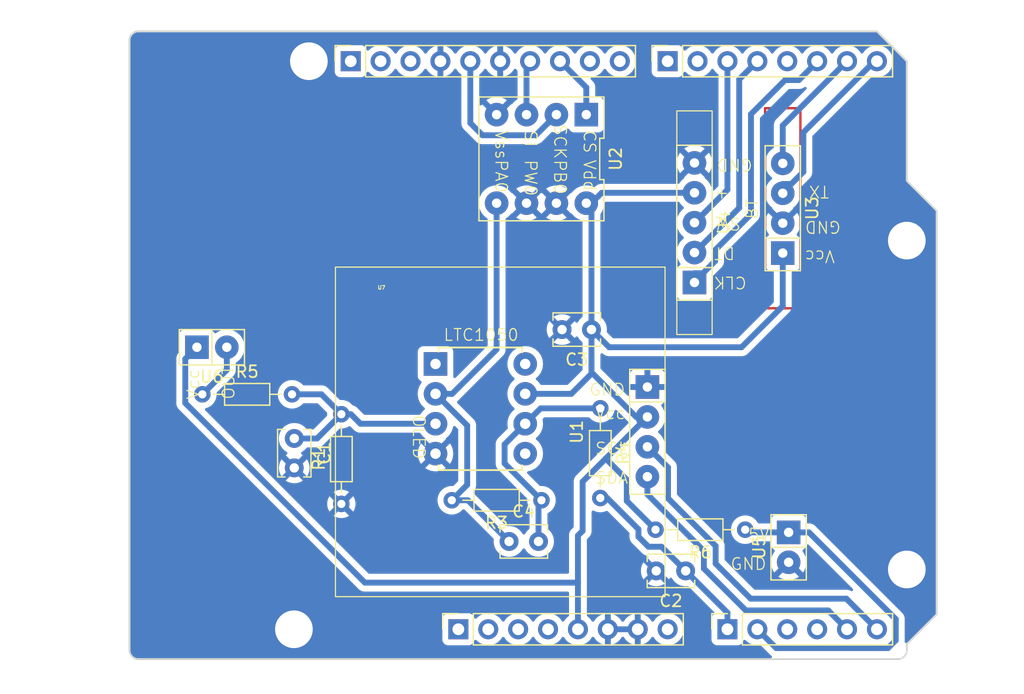
<source format=kicad_pcb>
(kicad_pcb (version 20240108) (generator "pcbnew") (generator_version "8.0")
  (title_block (date "mar. 31 mars 2015"))
  (layers (0 "F.Cu" signal) (31 "B.Cu" signal) (34 "B.Paste" user) (35 "F.Paste" user) (36 "B.SilkS" user "B.Silkscreen") (37 "F.SilkS" user "F.Silkscreen") (38 "B.Mask" user) (39 "F.Mask" user) (44 "Edge.Cuts" user))
  (net 0 "")
  (net 1 "GND")
  (net 3 "+5V")
  (net 4 "/IOREF")
  (net 5 "Net-(U7-+IN)")
  (net 6 "A0")
  (net 7 "/A2")
  (net 8 "/A3")
  (net 9 "IN-")
  (net 10 "Net-(U7-OUT)")
  (net 11 "D11")
  (net 12 "A5")
  (net 13 "/AREF")
  (net 14 "/8")
  (net 15 "/7")
  (net 16 "D13")
  (net 17 "D10")
  (net 18 "/*9")
  (net 19 "A4")
  (net 20 "A1")
  (net 21 "/*6")
  (net 22 "D2")
  (net 23 "D1")
  (net 24 "/*3")
  (net 25 "D0")
  (net 26 "+3V3")
  (net 27 "VCC")
  (net 28 "/~{RESET}")
  (net 29 "D4")
  (net 30 "D5")
  (net 31 "Net-(U6-OUT)")
  (footprint "Connector_PinSocket_2.54mm:PinSocket_1x08_P2.54mm_Vertical" (layer "F.Cu") (at 127.94 97.46 90)
    (property "Reference" "J1" (hide yes))
    (property "Value" "Power")
    (fp_line (start 1.33 -1.33) (end 1.33 0) (stroke (width 0.12)) (layer "F.SilkS"))
    (fp_line (start 0 -1.33) (end 1.33 -1.33) (stroke (width 0.12)) (layer "F.SilkS"))
    (fp_line (start 1.33 1.27) (end 1.33 19.11) (stroke (width 0.12)) (layer "F.SilkS"))
    (fp_line (start -1.33 1.27) (end 1.33 1.27) (stroke (width 0.12)) (layer "F.SilkS"))
    (fp_line (start -1.33 1.27) (end -1.33 19.11) (stroke (width 0.12)) (layer "F.SilkS"))
    (fp_line (start -1.33 19.11) (end 1.33 19.11) (stroke (width 0.12)) (layer "F.SilkS"))
    (pad "1" thru_hole rect (at 0 0 90) (size 1.7 1.7) (drill 1) (layers "*.Cu" "*.Mask"))
    (pad "2" thru_hole oval (at 0 2.54 90) (size 1.7 1.7) (drill 1) (layers "*.Cu" "*.Mask") (net 4 "/IOREF"))
    (pad "3" thru_hole oval (at 0 5.08 90) (size 1.7 1.7) (drill 1) (layers "*.Cu" "*.Mask") (net 28 "/~{RESET}"))
    (pad "4" thru_hole oval (at 0 7.62 90) (size 1.7 1.7) (drill 1) (layers "*.Cu" "*.Mask") (net 26 "+3V3"))
    (pad "5" thru_hole oval (at 0 10.16 90) (size 1.7 1.7) (drill 1) (layers "*.Cu" "*.Mask") (net 3 "+5V"))
    (pad "6" thru_hole oval (at 0 12.7 90) (size 1.7 1.7) (drill 1) (layers "*.Cu" "*.Mask") (net 1 "GND"))
    (pad "7" thru_hole oval (at 0 15.24 90) (size 1.7 1.7) (drill 1) (layers "*.Cu" "*.Mask") (net 1 "GND"))
    (pad "8" thru_hole oval (at 0 17.78 90) (size 1.7 1.7) (drill 1) (layers "*.Cu" "*.Mask") (net 27 "VCC"))
  )
  (footprint "Connector_PinSocket_2.54mm:PinSocket_1x06_P2.54mm_Vertical" (layer "F.Cu") (at 150.8 97.46 90)
    (property "Reference" "J3" (hide yes))
    (property "Value" "Analog")
    (fp_line (start 1.33 -1.33) (end 1.33 0) (stroke (width 0.12)) (layer "F.SilkS"))
    (fp_line (start 0 -1.33) (end 1.33 -1.33) (stroke (width 0.12)) (layer "F.SilkS"))
    (fp_line (start 1.33 1.27) (end 1.33 14.03) (stroke (width 0.12)) (layer "F.SilkS"))
    (fp_line (start -1.33 1.27) (end 1.33 1.27) (stroke (width 0.12)) (layer "F.SilkS"))
    (fp_line (start -1.33 1.27) (end -1.33 14.03) (stroke (width 0.12)) (layer "F.SilkS"))
    (fp_line (start -1.33 14.03) (end 1.33 14.03) (stroke (width 0.12)) (layer "F.SilkS"))
    (pad "1" thru_hole rect (at 0 0 90) (size 1.7 1.7) (drill 1) (layers "*.Cu" "*.Mask") (net 6 "A0"))
    (pad "2" thru_hole oval (at 0 2.54 90) (size 1.7 1.7) (drill 1) (layers "*.Cu" "*.Mask") (net 20 "A1"))
    (pad "3" thru_hole oval (at 0 5.08 90) (size 1.7 1.7) (drill 1) (layers "*.Cu" "*.Mask") (net 7 "/A2"))
    (pad "4" thru_hole oval (at 0 7.62 90) (size 1.7 1.7) (drill 1) (layers "*.Cu" "*.Mask") (net 8 "/A3"))
    (pad "5" thru_hole oval (at 0 10.16 90) (size 1.7 1.7) (drill 1) (layers "*.Cu" "*.Mask") (net 19 "A4"))
    (pad "6" thru_hole oval (at 0 12.7 90) (size 1.7 1.7) (drill 1) (layers "*.Cu" "*.Mask") (net 12 "A5"))
  )
  (footprint "Connector_PinSocket_2.54mm:PinSocket_1x10_P2.54mm_Vertical" (layer "F.Cu") (at 118.796 49.2 90)
    (property "Reference" "J2" (hide yes))
    (property "Value" "Digital/PWM")
    (fp_line (start 1.33 -1.33) (end 1.33 0) (stroke (width 0.12)) (layer "F.SilkS"))
    (fp_line (start 0 -1.33) (end 1.33 -1.33) (stroke (width 0.12)) (layer "F.SilkS"))
    (fp_line (start 1.33 1.27) (end 1.33 24.19) (stroke (width 0.12)) (layer "F.SilkS"))
    (fp_line (start -1.33 1.27) (end 1.33 1.27) (stroke (width 0.12)) (layer "F.SilkS"))
    (fp_line (start -1.33 1.27) (end -1.33 24.19) (stroke (width 0.12)) (layer "F.SilkS"))
    (fp_line (start -1.33 24.19) (end 1.33 24.19) (stroke (width 0.12)) (layer "F.SilkS"))
    (pad "1" thru_hole rect (at 0 0 90) (size 1.7 1.7) (drill 1) (layers "*.Cu" "*.Mask") (net 12 "A5"))
    (pad "2" thru_hole oval (at 0 2.54 90) (size 1.7 1.7) (drill 1) (layers "*.Cu" "*.Mask") (net 19 "A4"))
    (pad "3" thru_hole oval (at 0 5.08 90) (size 1.7 1.7) (drill 1) (layers "*.Cu" "*.Mask") (net 13 "/AREF"))
    (pad "4" thru_hole oval (at 0 7.62 90) (size 1.7 1.7) (drill 1) (layers "*.Cu" "*.Mask") (net 1 "GND"))
    (pad "5" thru_hole oval (at 0 10.16 90) (size 1.7 1.7) (drill 1) (layers "*.Cu" "*.Mask") (net 16 "D13"))
    (pad "6" thru_hole oval (at 0 12.7 90) (size 1.7 1.7) (drill 1) (layers "*.Cu" "*.Mask") (net 1 "GND"))
    (pad "7" thru_hole oval (at 0 15.24 90) (size 1.7 1.7) (drill 1) (layers "*.Cu" "*.Mask") (net 11 "D11"))
    (pad "8" thru_hole oval (at 0 17.78 90) (size 1.7 1.7) (drill 1) (layers "*.Cu" "*.Mask") (net 17 "D10"))
    (pad "9" thru_hole oval (at 0 20.32 90) (size 1.7 1.7) (drill 1) (layers "*.Cu" "*.Mask") (net 18 "/*9"))
    (pad "10" thru_hole oval (at 0 22.86 90) (size 1.7 1.7) (drill 1) (layers "*.Cu" "*.Mask") (net 14 "/8"))
  )
  (footprint "Connector_PinSocket_2.54mm:PinSocket_1x08_P2.54mm_Vertical" (layer "F.Cu") (at 145.72 49.2 90)
    (property "Reference" "J4" (hide yes))
    (property "Value" "Digital/PWM")
    (fp_line (start 1.33 -1.33) (end 1.33 0) (stroke (width 0.12)) (layer "F.SilkS"))
    (fp_line (start 0 -1.33) (end 1.33 -1.33) (stroke (width 0.12)) (layer "F.SilkS"))
    (fp_line (start 1.33 1.27) (end 1.33 19.11) (stroke (width 0.12)) (layer "F.SilkS"))
    (fp_line (start -1.33 1.27) (end 1.33 1.27) (stroke (width 0.12)) (layer "F.SilkS"))
    (fp_line (start -1.33 1.27) (end -1.33 19.11) (stroke (width 0.12)) (layer "F.SilkS"))
    (fp_line (start -1.33 19.11) (end 1.33 19.11) (stroke (width 0.12)) (layer "F.SilkS"))
    (pad "1" thru_hole rect (at 0 0 90) (size 1.7 1.7) (drill 1) (layers "*.Cu" "*.Mask") (net 15 "/7"))
    (pad "2" thru_hole oval (at 0 2.54 90) (size 1.7 1.7) (drill 1) (layers "*.Cu" "*.Mask") (net 21 "/*6"))
    (pad "3" thru_hole oval (at 0 5.08 90) (size 1.7 1.7) (drill 1) (layers "*.Cu" "*.Mask") (net 30 "D5"))
    (pad "4" thru_hole oval (at 0 7.62 90) (size 1.7 1.7) (drill 1) (layers "*.Cu" "*.Mask") (net 29 "D4"))
    (pad "5" thru_hole oval (at 0 10.16 90) (size 1.7 1.7) (drill 1) (layers "*.Cu" "*.Mask") (net 24 "/*3"))
    (pad "6" thru_hole oval (at 0 12.7 90) (size 1.7 1.7) (drill 1) (layers "*.Cu" "*.Mask") (net 22 "D2"))
    (pad "7" thru_hole oval (at 0 15.24 90) (size 1.7 1.7) (drill 1) (layers "*.Cu" "*.Mask") (net 23 "D1"))
    (pad "8" thru_hole oval (at 0 17.78 90) (size 1.7 1.7) (drill 1) (layers "*.Cu" "*.Mask") (net 25 "D0"))
  )
  (footprint "Librairie_Empreinte:OLED" (layer "F.Cu") (at 144 80.69 -90)
    (property "Reference" "U1" (at 0 6 90) (layer "F.SilkS"))
    (property "Value" "~")
    (fp_line (start -5.31 1.5) (end -5.31 -1.5) (stroke (width 0.12)) (layer "F.SilkS"))
    (fp_line (start 5.31 1.5) (end -5.31 1.5) (stroke (width 0.12)) (layer "F.SilkS"))
    (fp_line (start -5.31 -1.5) (end 5.31 -1.5) (stroke (width 0.12)) (layer "F.SilkS"))
    (fp_line (start -2.54 -1.5) (end -2.54 1.5) (stroke (width 0.12)) (layer "F.SilkS"))
    (fp_line (start 5.31 -1.5) (end 5.31 1.5) (stroke (width 0.12)) (layer "F.SilkS"))
    (fp_rect (start -14 -1.5) (end 14 26.5) (stroke (width 0.1)) (fill none) (layer "F.SilkS"))
    (fp_text user "GND" (at -3 5 0) (layer "F.SilkS") (effects (font (thickness 0.1)) (justify left bottom)))
    (fp_text user "Vcc" (at -1 4.5 0) (layer "F.SilkS") (effects (font (thickness 0.1)) (justify left bottom)))
    (fp_text user "SCL" (at 2 4.5 0) (layer "F.SilkS") (effects (font (thickness 0.1)) (justify left bottom)))
    (fp_text user "OLED" (at -1.5 20 -90) (layer "F.SilkS") (effects (font (thickness 0.1)) (justify left bottom)))
    (fp_text user "SDA" (at 4.5 4.5 0) (layer "F.SilkS") (effects (font (thickness 0.1)) (justify left bottom)))
    (pad "1" thru_hole rect (at -3.81 0 270) (size 2 2) (drill 0.8) (layers "*.Cu" "*.Mask") (net 1 "GND"))
    (pad "2" thru_hole circle (at -1.27 0 270) (size 2 2) (drill 0.8) (layers "*.Cu" "*.Mask") (net 3 "+5V"))
    (pad "3" thru_hole circle (at 1.27 0 270) (size 2 2) (drill 0.8) (layers "*.Cu" "*.Mask") (net 12 "A5"))
    (pad "4" thru_hole circle (at 3.81 0 270) (size 2 2) (drill 0.8) (layers "*.Cu" "*.Mask") (net 19 "A4"))
  )
  (footprint "Resistor_THT:R_Axial_DIN0204_L3.6mm_D1.6mm_P7.62mm_Horizontal" (layer "F.Cu") (at 140 78.69 -90)
    (property "Reference" "R4" (at 3.81 -1.92 90) (layer "F.SilkS"))
    (property "Value" "1k")
    (fp_line (start 1.89 0.92) (end 5.73 0.92) (stroke (width 0.12)) (layer "F.SilkS"))
    (fp_line (start 5.73 0.92) (end 5.73 -0.92) (stroke (width 0.12)) (layer "F.SilkS"))
    (fp_line (start 0.94 0) (end 1.89 0) (stroke (width 0.12)) (layer "F.SilkS"))
    (fp_line (start 6.68 0) (end 5.73 0) (stroke (width 0.12)) (layer "F.SilkS"))
    (fp_line (start 1.89 -0.92) (end 1.89 0.92) (stroke (width 0.12)) (layer "F.SilkS"))
    (fp_line (start 5.73 -0.92) (end 1.89 -0.92) (stroke (width 0.12)) (layer "F.SilkS"))
    (pad "1" thru_hole circle (at 0 0 270) (size 1.4 1.4) (drill 0.7) (layers "*.Cu" "*.Mask") (net 10 "Net-(U7-OUT)"))
    (pad "2" thru_hole oval (at 7.62 0 270) (size 1.4 1.4) (drill 0.7) (layers "*.Cu" "*.Mask") (net 6 "A0"))
  )
  (footprint "Librairie_Empreinte:Capt_grap" (layer "F.Cu") (at 107 73.5)
    (property "Reference" "U6" (at 0 2.5 360) (layer "F.SilkS"))
    (property "Value" "~")
    (fp_line (start -2.77 -1.5) (end 2.77 -1.5) (stroke (width 0.12)) (layer "F.SilkS"))
    (fp_line (start -2.77 1.5) (end -2.77 -1.5) (stroke (width 0.12)) (layer "F.SilkS"))
    (fp_line (start 0 -1.5) (end 0 1.5) (stroke (width 0.12)) (layer "F.SilkS"))
    (fp_line (start 2.77 -1.5) (end 2.77 1.5) (stroke (width 0.12)) (layer "F.SilkS"))
    (fp_line (start 2.77 1.5) (end -2.77 1.5) (stroke (width 0.12)) (layer "F.SilkS"))
    (fp_text user "OUT" (at 2 4.5 90) (layer "F.SilkS") (effects (font (thickness 0.1)) (justify left bottom)))
    (fp_text user "Vcc" (at -1 4.5 90) (layer "F.SilkS") (effects (font (thickness 0.1)) (justify left bottom)))
    (pad "1" thru_hole rect (at -1.27 0) (size 2 2) (drill 0.8) (layers "*.Cu" "*.Mask") (net 3 "+5V"))
    (pad "2" thru_hole circle (at 1.27 0) (size 2 2) (drill 0.8) (layers "*.Cu" "*.Mask") (net 31 "Net-(U6-OUT)"))
  )
  (footprint "Capacitor_THT:C_Disc_D3.8mm_W2.6mm_P2.50mm" (layer "F.Cu") (at 114 81.25 -90)
    (property "Reference" "C1" (at 1.25 -2.55 90) (layer "F.SilkS"))
    (property "Value" "100n")
    (fp_line (start -0.77 1.42) (end 3.27 1.42) (stroke (width 0.12)) (layer "F.SilkS"))
    (fp_line (start -0.77 0.795) (end -0.77 1.42) (stroke (width 0.12)) (layer "F.SilkS"))
    (fp_line (start 3.27 0.795) (end 3.27 1.42) (stroke (width 0.12)) (layer "F.SilkS"))
    (fp_line (start -0.77 -1.42) (end -0.77 -0.795) (stroke (width 0.12)) (layer "F.SilkS"))
    (fp_line (start -0.77 -1.42) (end 3.27 -1.42) (stroke (width 0.12)) (layer "F.SilkS"))
    (fp_line (start 3.27 -1.42) (end 3.27 -0.795) (stroke (width 0.12)) (layer "F.SilkS"))
    (pad "1" thru_hole circle (at 0 0 270) (size 1.6 1.6) (drill 0.8) (layers "*.Cu" "*.Mask") (net 5 "Net-(U7-+IN)"))
    (pad "2" thru_hole circle (at 2.5 0 270) (size 1.6 1.6) (drill 0.8) (layers "*.Cu" "*.Mask") (net 1 "GND"))
  )
  (footprint "Capacitor_THT:C_Disc_D3.8mm_W2.6mm_P2.50mm" (layer "F.Cu") (at 132.25 90)
    (property "Reference" "C4" (at 1.25 -2.55 0) (layer "F.SilkS"))
    (property "Value" "1u")
    (fp_line (start -0.77 -1.42) (end -0.77 -0.795) (stroke (width 0.12)) (layer "F.SilkS"))
    (fp_line (start -0.77 -1.42) (end 3.27 -1.42) (stroke (width 0.12)) (layer "F.SilkS"))
    (fp_line (start -0.77 0.795) (end -0.77 1.42) (stroke (width 0.12)) (layer "F.SilkS"))
    (fp_line (start -0.77 1.42) (end 3.27 1.42) (stroke (width 0.12)) (layer "F.SilkS"))
    (fp_line (start 3.27 -1.42) (end 3.27 -0.795) (stroke (width 0.12)) (layer "F.SilkS"))
    (fp_line (start 3.27 0.795) (end 3.27 1.42) (stroke (width 0.12)) (layer "F.SilkS"))
    (pad "1" thru_hole circle (at 0 0) (size 1.6 1.6) (drill 0.8) (layers "*.Cu" "*.Mask") (net 9 "IN-"))
    (pad "2" thru_hole circle (at 2.5 0) (size 1.6 1.6) (drill 0.8) (layers "*.Cu" "*.Mask") (net 10 "Net-(U7-OUT)"))
  )
  (footprint "Librairie_Empreinte:Ampli" (layer "F.Cu") (at 133.62 82.54)
    (property "Reference" "U7" (at -12.208 -14.108 0) (layer "F.SilkS") (effects (font (size 0.314961 0.314961))))
    (property "Value" "LTC1050ACN8_PBF")
    (fp_line (start -7.366 -9.017) (end -7.366 -8.6614) (stroke (width 0.1524)) (layer "F.SilkS"))
    (fp_line (start -7.366 0.9906) (end -7.366 1.397) (stroke (width 0.1524)) (layer "F.SilkS"))
    (fp_line (start -7.366 1.397) (end -0.254 1.397) (stroke (width 0.1524)) (layer "F.SilkS"))
    (fp_line (start -0.254 -9.017) (end -7.366 -9.017) (stroke (width 0.1524)) (layer "F.SilkS"))
    (fp_line (start -0.254 -8.6106) (end -0.254 -9.017) (stroke (width 0.1524)) (layer "F.SilkS"))
    (fp_line (start -0.254 1.397) (end -0.254 0.9906) (stroke (width 0.1524)) (layer "F.SilkS"))
    (fp_text user "LTC1050" (at -7 -9.5 0) (layer "F.SilkS") (effects (font (thickness 0.1)) (justify left bottom)))
    (pad "1" thru_hole rect (at -7.62 -7.62) (size 2 2) (drill 0.889) (layers "*.Cu" "*.Mask"))
    (pad "2" thru_hole circle (at -7.62 -5.08) (size 2 2) (drill 0.889) (layers "*.Cu" "*.Mask") (net 9 "IN-"))
    (pad "3" thru_hole circle (at -7.62 -2.54) (size 2 2) (drill 0.889) (layers "*.Cu" "*.Mask") (net 5 "Net-(U7-+IN)"))
    (pad "4" thru_hole circle (at -7.62 0) (size 2 2) (drill 0.889) (layers "*.Cu" "*.Mask") (net 1 "GND"))
    (pad "5" thru_hole circle (at 0 0) (size 2 2) (drill 0.889) (layers "*.Cu" "*.Mask"))
    (pad "6" thru_hole circle (at 0 -2.54) (size 2 2) (drill 0.889) (layers "*.Cu" "*.Mask") (net 10 "Net-(U7-OUT)"))
    (pad "7" thru_hole circle (at 0 -5.08) (size 2 2) (drill 0.889) (layers "*.Cu" "*.Mask") (net 3 "+5V"))
    (pad "8" thru_hole circle (at 0 -7.62) (size 2 2) (drill 0.889) (layers "*.Cu" "*.Mask"))
  )
  (footprint "Resistor_THT:R_Axial_DIN0204_L3.6mm_D1.6mm_P7.62mm_Horizontal" (layer "F.Cu") (at 152.31 89 180)
    (property "Reference" "R6" (at 3.81 -1.92 0) (layer "F.SilkS"))
    (property "Value" "47k")
    (fp_line (start 6.68 0) (end 5.73 0) (stroke (width 0.12)) (layer "F.SilkS"))
    (fp_line (start 5.73 0.92) (end 5.73 -0.92) (stroke (width 0.12)) (layer "F.SilkS"))
    (fp_line (start 5.73 -0.92) (end 1.89 -0.92) (stroke (width 0.12)) (layer "F.SilkS"))
    (fp_line (start 1.89 0.92) (end 5.73 0.92) (stroke (width 0.12)) (layer "F.SilkS"))
    (fp_line (start 1.89 -0.92) (end 1.89 0.92) (stroke (width 0.12)) (layer "F.SilkS"))
    (fp_line (start 0.94 0) (end 1.89 0) (stroke (width 0.12)) (layer "F.SilkS"))
    (pad "1" thru_hole circle (at 0 0 180) (size 1.4 1.4) (drill 0.7) (layers "*.Cu" "*.Mask") (net 20 "A1"))
    (pad "2" thru_hole oval (at 7.62 0 180) (size 1.4 1.4) (drill 0.7) (layers "*.Cu" "*.Mask") (net 3 "+5V"))
  )
  (footprint "Arduino_MountingHole:MountingHole_3.2mm" (layer "F.Cu") (at 115.24 49.2)
    (property "Reference" "MH1" (hide yes))
    (property "Value" "MountingHole_3.2mm" (hide yes))
    (pad "" np_thru_hole circle (at 0 0) (size 3.2 3.2) (drill 3.2) (layers "*.Cu" "*.Mask"))
  )
  (footprint "Capacitor_THT:C_Disc_D3.8mm_W2.6mm_P2.50mm" (layer "F.Cu") (at 139.25 72 180)
    (property "Reference" "C3" (at 1.25 -2.55 360) (layer "F.SilkS"))
    (property "Value" "100n")
    (fp_line (start 3.27 0.795) (end 3.27 1.42) (stroke (width 0.12)) (layer "F.SilkS"))
    (fp_line (start 3.27 -1.42) (end 3.27 -0.795) (stroke (width 0.12)) (layer "F.SilkS"))
    (fp_line (start -0.77 1.42) (end 3.27 1.42) (stroke (width 0.12)) (layer "F.SilkS"))
    (fp_line (start -0.77 0.795) (end -0.77 1.42) (stroke (width 0.12)) (layer "F.SilkS"))
    (fp_line (start -0.77 -1.42) (end 3.27 -1.42) (stroke (width 0.12)) (layer "F.SilkS"))
    (fp_line (start -0.77 -1.42) (end -0.77 -0.795) (stroke (width 0.12)) (layer "F.SilkS"))
    (pad "1" thru_hole circle (at 0 0 180) (size 1.6 1.6) (drill 0.8) (layers "*.Cu" "*.Mask") (net 3 "+5V"))
    (pad "2" thru_hole circle (at 2.5 0 180) (size 1.6 1.6) (drill 0.8) (layers "*.Cu" "*.Mask") (net 1 "GND"))
  )
  (footprint "Librairie_Empreinte:BT" (layer "F.Cu") (at 155.5 61.69 90)
    (property "Reference" "U3" (at 0 2.5 90) (layer "F.SilkS"))
    (property "Value" "~")
    (fp_rect (start -8.5 -1.5) (end 8.5 1.5) (stroke (width 0.2)) (fill none) (layer "F.Cu"))
    (fp_line (start 5.31 -1.5) (end 5.31 1.5) (stroke (width 0.12)) (layer "F.SilkS"))
    (fp_line (start -2.54 -1.5) (end -2.54 1.5) (stroke (width 0.12)) (layer "F.SilkS"))
    (fp_line (start -5.31 -1.5) (end 5.31 -1.5) (stroke (width 0.12)) (layer "F.SilkS"))
    (fp_line (start 5.31 1.5) (end -5.31 1.5) (stroke (width 0.12)) (layer "F.SilkS"))
    (fp_line (start -5.31 1.5) (end -5.31 -1.5) (stroke (width 0.12)) (layer "F.SilkS"))
    (fp_text user "Vcc" (at -3.5 4.5 180) (layer "F.SilkS") (effects (font (thickness 0.1)) (justify left bottom)))
    (fp_text user "GND" (at -1 5 180) (layer "F.SilkS") (effects (font (thickness 0.1)) (justify left bottom)))
    (fp_text user "BT" (at -1 -2 90) (layer "F.SilkS") (effects (font (thickness 0.1)) (justify left bottom)))
    (fp_text user "TX" (at 2 4 180) (layer "F.SilkS") (effects (font (thickness 0.1)) (justify left bottom)))
    (pad "1" thru_hole rect (at -3.81 0 90) (size 2 2) (drill 0.8) (layers "*.Cu" "*.Mask") (net 3 "+5V"))
    (pad "2" thru_hole circle (at -1.27 0 90) (size 2 2) (drill 0.8) (layers "*.Cu" "*.Mask") (net 1 "GND"))
    (pad "3" thru_hole circle (at 1.27 0 90) (size 2 2) (drill 0.8) (layers "*.Cu" "*.Mask") (net 25 "D0"))
    (pad "4" thru_hole circle (at 3.81 0 90) (size 2 2) (drill 0.8) (layers "*.Cu" "*.Mask") (net 23 "D1"))
  )
  (footprint "Librairie_Empreinte:Flex_sensor" (layer "F.Cu") (at 156 90.5 -90)
    (property "Reference" "U5" (at 0 2.5 90) (layer "F.SilkS"))
    (property "Value" "~")
    (fp_line (start -2.77 1.5) (end -2.77 -1.5) (stroke (width 0.12)) (layer "F.SilkS"))
    (fp_line (start 2.77 1.5) (end -2.77 1.5) (stroke (width 0.12)) (layer "F.SilkS"))
    (fp_line (start -2.77 -1.5) (end 2.77 -1.5) (stroke (width 0.12)) (layer "F.SilkS"))
    (fp_line (start 0 -1.5) (end 0 1.5) (stroke (width 0.12)) (layer "F.SilkS"))
    (fp_line (start 2.77 -1.5) (end 2.77 1.5) (stroke (width 0.12)) (layer "F.SilkS"))
    (fp_text user "5V" (at -0.5 3.5 0) (layer "F.SilkS") (effects (font (thickness 0.1)) (justify left bottom)))
    (fp_text user "GND" (at 2 5 0) (layer "F.SilkS") (effects (font (thickness 0.1)) (justify left bottom)))
    (pad "1" thru_hole rect (at -1.27 0 270) (size 2 2) (drill 0.8) (layers "*.Cu" "*.Mask") (net 20 "A1"))
    (pad "2" thru_hole circle (at 1.27 0 270) (size 2 2) (drill 0.8) (layers "*.Cu" "*.Mask") (net 1 "GND"))
  )
  (footprint "Resistor_THT:R_Axial_DIN0204_L3.6mm_D1.6mm_P7.62mm_Horizontal" (layer "F.Cu") (at 106.19 77.5)
    (property "Reference" "R5" (at 3.81 -1.92 0) (layer "F.SilkS"))
    (property "Value" "10k")
    (fp_line (start 0.94 0) (end 1.89 0) (stroke (width 0.12)) (layer "F.SilkS"))
    (fp_line (start 1.89 -0.92) (end 1.89 0.92) (stroke (width 0.12)) (layer "F.SilkS"))
    (fp_line (start 1.89 0.92) (end 5.73 0.92) (stroke (width 0.12)) (layer "F.SilkS"))
    (fp_line (start 5.73 -0.92) (end 1.89 -0.92) (stroke (width 0.12)) (layer "F.SilkS"))
    (fp_line (start 5.73 0.92) (end 5.73 -0.92) (stroke (width 0.12)) (layer "F.SilkS"))
    (fp_line (start 6.68 0) (end 5.73 0) (stroke (width 0.12)) (layer "F.SilkS"))
    (pad "1" thru_hole circle (at 0 0) (size 1.4 1.4) (drill 0.7) (layers "*.Cu" "*.Mask") (net 31 "Net-(U6-OUT)"))
    (pad "2" thru_hole oval (at 7.62 0) (size 1.4 1.4) (drill 0.7) (layers "*.Cu" "*.Mask") (net 5 "Net-(U7-+IN)"))
  )
  (footprint "Librairie_Empreinte:Encodeur_rotatif" (layer "F.Cu") (at 148 62.92 90)
    (property "Reference" "U4" (at 0 2.5 90) (layer "F.SilkS"))
    (property "Value" "~")
    (fp_line (start 6.58 -1.5) (end 6.58 1.5) (stroke (width 0.12)) (layer "F.SilkS"))
    (fp_line (start -3.81 -1.5) (end -3.81 1.5) (stroke (width 0.12)) (layer "F.SilkS"))
    (fp_line (start -6.58 -1.5) (end 6.58 -1.5) (stroke (width 0.12)) (layer "F.SilkS"))
    (fp_line (start 6.58 1.5) (end -6.58 1.5) (stroke (width 0.12)) (layer "F.SilkS"))
    (fp_line (start -6.58 1.5) (end -6.58 -1.5) (stroke (width 0.12)) (layer "F.SilkS"))
    (fp_rect (start -9.5 -1.5) (end 9.5 1.5) (stroke (width 0.1)) (fill none) (layer "F.SilkS"))
    (fp_text user "+" (at 3 3 180) (layer "F.SilkS") (effects (font (thickness 0.1)) (justify left bottom)))
    (fp_text user "GND" (at 5.5 5 180) (layer "F.SilkS") (effects (font (thickness 0.1)) (justify left bottom)))
    (fp_text user "DT" (at -2 3.5 180) (layer "F.SilkS") (effects (font (thickness 0.1)) (justify left bottom)))
    (fp_text user "CLK" (at -4.5 4.5 180) (layer "F.SilkS") (effects (font (thickness 0.1)) (justify left bottom)))
    (fp_text user "SW" (at 0.5 4 180) (layer "F.SilkS") (effects (font (thickness 0.1)) (justify left bottom)))
    (pad "1" thru_hole rect (at -5.08 0 90) (size 2 2) (drill 0.8) (layers "*.Cu" "*.Mask") (net 22 "D2"))
    (pad "2" thru_hole circle (at -2.54 0 90) (size 2 2) (drill 0.8) (layers "*.Cu" "*.Mask") (net 29 "D4"))
    (pad "3" thru_hole circle (at 0 0 90) (size 2 2) (drill 0.8) (layers "*.Cu" "*.Mask") (net 30 "D5"))
    (pad "4" thru_hole circle (at 2.54 0 90) (size 2 2) (drill 0.8) (layers "*.Cu" "*.Mask") (net 3 "+5V"))
    (pad "5" thru_hole circle (at 5.08 0 90) (size 2 2) (drill 0.8) (layers "*.Cu" "*.Mask") (net 1 "GND"))
  )
  (footprint "Resistor_THT:R_Axial_DIN0204_L3.6mm_D1.6mm_P7.62mm_Horizontal" (layer "F.Cu") (at 118 86.81 90)
    (property "Reference" "R1" (at 3.81 -1.92 90) (layer "F.SilkS"))
    (property "Value" "100k")
    (fp_line (start 5.73 -0.92) (end 1.89 -0.92) (stroke (width 0.12)) (layer "F.SilkS"))
    (fp_line (start 1.89 -0.92) (end 1.89 0.92) (stroke (width 0.12)) (layer "F.SilkS"))
    (fp_line (start 6.68 0) (end 5.73 0) (stroke (width 0.12)) (layer "F.SilkS"))
    (fp_line (start 0.94 0) (end 1.89 0) (stroke (width 0.12)) (layer "F.SilkS"))
    (fp_line (start 5.73 0.92) (end 5.73 -0.92) (stroke (width 0.12)) (layer "F.SilkS"))
    (fp_line (start 1.89 0.92) (end 5.73 0.92) (stroke (width 0.12)) (layer "F.SilkS"))
    (pad "1" thru_hole circle (at 0 0 90) (size 1.4 1.4) (drill 0.7) (layers "*.Cu" "*.Mask") (net 1 "GND"))
    (pad "2" thru_hole oval (at 7.62 0 90) (size 1.4 1.4) (drill 0.7) (layers "*.Cu" "*.Mask") (net 5 "Net-(U7-+IN)"))
  )
  (footprint "Arduino_MountingHole:MountingHole_3.2mm" (layer "F.Cu") (at 113.97 97.46)
    (property "Reference" "MH2" (hide yes))
    (property "Value" "MountingHole_3.2mm" (hide yes))
    (pad "" np_thru_hole circle (at 0 0) (size 3.2 3.2) (drill 3.2) (layers "*.Cu" "*.Mask"))
  )
  (footprint "Arduino_MountingHole:MountingHole_3.2mm" (layer "F.Cu") (at 166.04 64.44)
    (property "Reference" "MH3" (hide yes))
    (property "Value" "MountingHole_3.2mm" (hide yes))
    (pad "" np_thru_hole circle (at 0 0) (size 3.2 3.2) (drill 3.2) (layers "*.Cu" "*.Mask"))
  )
  (footprint "Resistor_THT:R_Axial_DIN0204_L3.6mm_D1.6mm_P7.62mm_Horizontal" (layer "F.Cu") (at 135 86.5 180)
    (property "Reference" "R3" (at 3.81 -1.92 0) (layer "F.SilkS"))
    (property "Value" "100k")
    (fp_line (start 6.68 0) (end 5.73 0) (stroke (width 0.12)) (layer "F.SilkS"))
    (fp_line (start 5.73 0.92) (end 5.73 -0.92) (stroke (width 0.12)) (layer "F.SilkS"))
    (fp_line (start 5.73 -0.92) (end 1.89 -0.92) (stroke (width 0.12)) (layer "F.SilkS"))
    (fp_line (start 1.89 0.92) (end 5.73 0.92) (stroke (width 0.12)) (layer "F.SilkS"))
    (fp_line (start 1.89 -0.92) (end 1.89 0.92) (stroke (width 0.12)) (layer "F.SilkS"))
    (fp_line (start 0.94 0) (end 1.89 0) (stroke (width 0.12)) (layer "F.SilkS"))
    (pad "1" thru_hole circle (at 0 0 180) (size 1.4 1.4) (drill 0.7) (layers "*.Cu" "*.Mask") (net 10 "Net-(U7-OUT)"))
    (pad "2" thru_hole oval (at 7.62 0 180) (size 1.4 1.4) (drill 0.7) (layers "*.Cu" "*.Mask") (net 9 "IN-"))
  )
  (footprint "Arduino_MountingHole:MountingHole_3.2mm" (layer "F.Cu") (at 166.04 92.38)
    (property "Reference" "MH4" (hide yes))
    (property "Value" "MountingHole_3.2mm" (hide yes))
    (pad "" np_thru_hole circle (at 0 0) (size 3.2 3.2) (drill 3.2) (layers "*.Cu" "*.Mask"))
  )
  (footprint "Capacitor_THT:C_Disc_D3.8mm_W2.6mm_P2.50mm" (layer "F.Cu") (at 147.25 92.5 180)
    (property "Reference" "C2" (at 1.25 -2.55 360) (layer "F.SilkS"))
    (property "Value" "100n")
    (fp_line (start 3.27 0.795) (end 3.27 1.42) (stroke (width 0.12)) (layer "F.SilkS"))
    (fp_line (start 3.27 -1.42) (end 3.27 -0.795) (stroke (width 0.12)) (layer "F.SilkS"))
    (fp_line (start -0.77 1.42) (end 3.27 1.42) (stroke (width 0.12)) (layer "F.SilkS"))
    (fp_line (start -0.77 0.795) (end -0.77 1.42) (stroke (width 0.12)) (layer "F.SilkS"))
    (fp_line (start -0.77 -1.42) (end 3.27 -1.42) (stroke (width 0.12)) (layer "F.SilkS"))
    (fp_line (start -0.77 -1.42) (end -0.77 -0.795) (stroke (width 0.12)) (layer "F.SilkS"))
    (pad "1" thru_hole circle (at 0 0 180) (size 1.6 1.6) (drill 0.8) (layers "*.Cu" "*.Mask") (net 6 "A0"))
    (pad "2" thru_hole circle (at 2.5 0 180) (size 1.6 1.6) (drill 0.8) (layers "*.Cu" "*.Mask") (net 1 "GND"))
  )
  (footprint "Librairie_Empreinte:MCP41050" (layer "F.Cu") (at 135 57.5 180)
    (property "Reference" "U2" (at -6.31 0 90) (layer "F.SilkS"))
    (property "Value" "MCP41050")
    (fp_line (start 5.31 5.26) (end 5.31 -5.26) (stroke (width 0.12)) (layer "F.SilkS"))
    (fp_line (start 5.31 -5.26) (end -5.31 -5.26) (stroke (width 0.12)) (layer "F.SilkS"))
    (fp_line (start -4.95 1.753333) (end -5.31 1.753333) (stroke (width 0.12)) (layer "F.SilkS"))
    (fp_line (start -4.95 -1.753333) (end -4.95 1.753333) (stroke (width 0.12)) (layer "F.SilkS"))
    (fp_line (start -5.31 5.26) (end 5.31 5.26) (stroke (width 0.12)) (layer "F.SilkS"))
    (fp_line (start -5.31 1.753333) (end -5.31 5.26) (stroke (width 0.12)) (layer "F.SilkS"))
    (fp_line (start -5.31 -1.753333) (end -4.95 -1.753333) (stroke (width 0.12)) (layer "F.SilkS"))
    (fp_line (start -5.31 -5.26) (end -5.31 -1.753333) (stroke (width 0.12)) (layer "F.SilkS"))
    (fp_text user "Vss" (at 4 2.5 -90) (layer "F.SilkS") (effects (font (thickness 0.1)) (justify left bottom)))
    (fp_text user "SI" (at 1.5 2.5 -90) (layer "F.SilkS") (effects (font (thickness 0.1)) (justify left bottom)))
    (fp_text user "SCK" (at -1 3 -90) (layer "F.SilkS") (effects (font (thickness 0.1)) (justify left bottom)))
    (fp_text user "PW0" (at 1.5 0 -90) (layer "F.SilkS") (effects (font (thickness 0.1)) (justify left bottom)))
    (fp_text user "PB0" (at -1 0 -90) (layer "F.SilkS") (effects (font (thickness 0.1)) (justify left bottom)))
    (fp_text user "CS" (at -3.5 2.5 -90) (layer "F.SilkS") (effects (font (thickness 0.1)) (justify left bottom)))
    (fp_text user "Vdd" (at -3.5 0 -90) (layer "F.SilkS") (effects (font (thickness 0.1)) (justify left bottom)))
    (fp_text user "PA0" (at 4 0 -90) (layer "F.SilkS") (effects (font (thickness 0.1)) (justify left bottom)))
    (pad "1" thru_hole rect (at -3.81 3.76 180) (size 2 2) (drill 0.8) (layers "*.Cu" "*.Mask") (net 17 "D10"))
    (pad "2" thru_hole circle (at -1.27 3.76 180) (size 2 2) (drill 0.8) (layers "*.Cu" "*.Mask") (net 16 "D13"))
    (pad "3" thru_hole circle (at 1.27 3.76 180) (size 2 2) (drill 0.8) (layers "*.Cu" "*.Mask") (net 11 "D11"))
    (pad "4" thru_hole circle (at 3.81 3.76 180) (size 2 2) (drill 0.8) (layers "*.Cu" "*.Mask") (net 1 "GND"))
    (pad "5" thru_hole circle (at 3.81 -3.76 180) (size 2 2) (drill 0.8) (layers "*.Cu" "*.Mask") (net 9 "IN-"))
    (pad "6" thru_hole circle (at 1.27 -3.76 180) (size 2 2) (drill 0.8) (layers "*.Cu" "*.Mask") (net 1 "GND"))
    (pad "7" thru_hole circle (at -1.27 -3.76 180) (size 2 2) (drill 0.8) (layers "*.Cu" "*.Mask") (net 1 "GND"))
    (pad "8" thru_hole circle (at -3.81 -3.76 180) (size 2 2) (drill 0.8) (layers "*.Cu" "*.Mask") (net 3 "+5V"))
  )
  (gr_line (start 166.04 59.36) (end 168.58 61.9) (stroke (width 0.15)) (layer "Edge.Cuts"))
  (gr_line (start 100 99.238) (end 100 47.422) (stroke (width 0.15)) (layer "Edge.Cuts"))
  (gr_line (start 168.58 61.9) (end 168.58 96.19) (stroke (width 0.15)) (layer "Edge.Cuts"))
  (gr_line (start 165.278 100) (end 100.762 100) (stroke (width 0.15)) (layer "Edge.Cuts"))
  (gr_line (start 100.762 46.66) (end 163.5 46.66) (stroke (width 0.15)) (layer "Edge.Cuts"))
  (gr_arc (start 100.762 100) (mid 100.223185 99.776815) (end 100 99.238) (stroke (width 0.15)) (layer "Edge.Cuts"))
  (gr_line (start 168.58 96.19) (end 166.04 98.73) (stroke (width 0.15)) (layer "Edge.Cuts"))
  (gr_line (start 163.5 46.66) (end 166.04 49.2) (stroke (width 0.15)) (layer "Edge.Cuts"))
  (gr_arc (start 166.04 99.238) (mid 165.816815 99.776815) (end 165.278 100) (stroke (width 0.15)) (layer "Edge.Cuts"))
  (gr_line (start 166.04 49.2) (end 166.04 59.36) (stroke (width 0.15)) (layer "Edge.Cuts"))
  (gr_line (start 166.04 98.73) (end 166.04 99.238) (stroke (width 0.15)) (layer "Edge.Cuts"))
  (gr_arc (start 100 47.422) (mid 100.223185 46.883185) (end 100.762 46.66) (stroke (width 0.15)) (layer "Edge.Cuts"))
  (segment (start 114 84) (end 114 83.75) (width 0.5) (layer "B.Cu") (net 1))
  (segment (start 138.5 84.92) (end 140.46 82.96) (width 0.5) (layer "B.Cu") (net 3))
  (segment (start 140.75 73.5) (end 139.25 72) (width 0.5) (layer "B.Cu") (net 3))
  (segment (start 140.12 60.38) (end 148 60.38) (width 0.5) (layer "B.Cu") (net 3))
  (segment (start 139.25 75.63) (end 139.25 74.5) (width 0.5) (layer "B.Cu") (net 3))
  (segment (start 120 93.5) (end 138.1 93.5) (width 0.5) (layer "B.Cu") (net 3))
  (segment (start 138.1 97.46) (end 138.1 89.5) (width 0.5) (layer "B.Cu") (net 3))
  (segment (start 155.5 65.5) (end 155.5 70) (width 0.5) (layer "B.Cu") (net 3))
  (segment (start 139.25 72) (end 139.25 61.7) (width 0.5) (layer "B.Cu") (net 3))
  (segment (start 144 79.42) (end 143.04 79.42) (width 0.5) (layer "B.Cu") (net 3))
  (segment (start 142.25 86.56) (end 142.25 84.75) (width 0.5) (layer "B.Cu") (net 3))
  (segment (start 143.04 79.42) (end 139.25 75.63) (width 0.5) (layer "B.Cu") (net 3))
  (segment (start 138.1 89.5) (end 138.5 89.1) (width 0.5) (layer "B.Cu") (net 3))
  (segment (start 104.74 74.49) (end 104.74 78.24) (width 0.5) (layer "B.Cu") (net 3))
  (segment (start 144.69 89) (end 142.25 86.56) (width 0.5) (layer "B.Cu") (net 3))
  (segment (start 139.25 72) (end 139.25 74.5) (width 0.5) (layer "B.Cu") (net 3))
  (segment (start 104.74 78.24) (end 120 93.5) (width 0.5) (layer "B.Cu") (net 3))
  (segment (start 138.81 61.26) (end 139.24 61.26) (width 0.5) (layer "B.Cu") (net 3))
  (segment (start 139.24 61.26) (end 140.12 60.38) (width 0.5) (layer "B.Cu") (net 3))
  (segment (start 142.25 84.75) (end 140.46 82.96) (width 0.5) (layer "B.Cu") (net 3))
  (segment (start 139.25 75.75) (end 137.54 77.46) (width 0.5) (layer "B.Cu") (net 3))
  (segment (start 140.46 82.96) (end 144 79.42) (width 0.5) (layer "B.Cu") (net 3))
  (segment (start 155.5 70) (end 152 73.5) (width 0.5) (layer "B.Cu") (net 3))
  (segment (start 137.54 77.46) (end 133.62 77.46) (width 0.5) (layer "B.Cu") (net 3))
  (segment (start 152 73.5) (end 140.75 73.5) (width 0.5) (layer "B.Cu") (net 3))
  (segment (start 139.25 61.7) (end 138.81 61.26) (width 0.5) (layer "B.Cu") (net 3))
  (segment (start 138.5 89.1) (end 138.5 84.92) (width 0.5) (layer "B.Cu") (net 3))
  (segment (start 105.73 73.5) (end 104.74 74.49) (width 0.5) (layer "B.Cu") (net 3))
  (segment (start 139.25 74.5) (end 139.25 75.75) (width 0.5) (layer "B.Cu") (net 3))
  (segment (start 118 79.19) (end 118.81 79.19) (width 0.5) (layer "B.Cu") (net 5))
  (segment (start 118.81 79.19) (end 119.62 80) (width 0.5) (layer "B.Cu") (net 5))
  (segment (start 114 81.25) (end 115.94 81.25) (width 0.5) (layer "B.Cu") (net 5))
  (segment (start 115.94 81.25) (end 118 79.19) (width 0.5) (layer "B.Cu") (net 5))
  (segment (start 119.62 80) (end 126 80) (width 0.5) (layer "B.Cu") (net 5))
  (segment (start 116.31 77.5) (end 118 79.19) (width 0.5) (layer "B.Cu") (net 5))
  (segment (start 113.81 77.5) (end 116.31 77.5) (width 0.5) (layer "B.Cu") (net 5))
  (segment (start 145.2 90.45) (end 144.08939 90.45) (width 0.5) (layer "B.Cu") (net 6))
  (segment (start 147.25 92.5) (end 145.2 90.45) (width 0.5) (layer "B.Cu") (net 6))
  (segment (start 150.8 96.05) (end 147.25 92.5) (width 0.5) (layer "B.Cu") (net 6))
  (segment (start 143.24 88.964214) (end 140.585786 86.31) (width 0.5) (layer "B.Cu") (net 6))
  (segment (start 140.585786 86.31) (end 140 86.31) (width 0.5) (layer "B.Cu") (net 6))
  (segment (start 144.08939 90.45) (end 143.24 89.60061) (width 0.5) (layer "B.Cu") (net 6))
  (segment (start 140 86.31) (end 140 86.38137) (width 0.25) (layer "B.Cu") (net 6))
  (segment (start 143.24 89.60061) (end 143.24 88.964214) (width 0.5) (layer "B.Cu") (net 6))
  (segment (start 150.8 97.46) (end 150.8 96.05) (width 0.5) (layer "B.Cu") (net 6))
  (segment (start 126 77.46) (end 128.69 80.15) (width 0.5) (layer "B.Cu") (net 9))
  (segment (start 127.38 86.5) (end 128.75 86.5) (width 0.5) (layer "B.Cu") (net 9))
  (segment (start 127.414213 77.46) (end 126 77.46) (width 0.5) (layer "B.Cu") (net 9))
  (segment (start 128.69 80.15) (end 128.69 85.19) (width 0.5) (layer "B.Cu") (net 9))
  (segment (start 128.75 86.5) (end 132.25 90) (width 0.5) (layer "B.Cu") (net 9))
  (segment (start 131.19 73.684213) (end 127.414213 77.46) (width 0.5) (layer "B.Cu") (net 9))
  (segment (start 132.19 90) (end 132.25 90) (width 0.5) (layer "B.Cu") (net 9))
  (segment (start 128.69 85.19) (end 127.38 86.5) (width 0.5) (layer "B.Cu") (net 9))
  (segment (start 131.19 61.26) (end 131.19 73.684213) (width 0.5) (layer "B.Cu") (net 9))
  (segment (start 131.87 81.75) (end 133.62 80) (width 0.5) (layer "B.Cu") (net 10))
  (segment (start 134.93 78.69) (end 140 78.69) (width 0.5) (layer "B.Cu") (net 10))
  (segment (start 131.87 81.75) (end 131.87 83.37) (width 0.5) (layer "B.Cu") (net 10))
  (segment (start 133.62 80) (end 134.93 78.69) (width 0.5) (layer "B.Cu") (net 10))
  (segment (start 131.87 83.37) (end 135 86.5) (width 0.5) (layer "B.Cu") (net 10))
  (segment (start 134.75 86.75) (end 135 86.5) (width 0.5) (layer "B.Cu") (net 10))
  (segment (start 134.75 90) (end 134.75 86.75) (width 0.5) (layer "B.Cu") (net 10))
  (segment (start 133.73 49.506) (end 134.036 49.2) (width 0.5) (layer "B.Cu") (net 11))
  (segment (start 133.73 53.74) (end 133.73 49.506) (width 0.5) (layer "B.Cu") (net 11))
  (segment (start 149.800001 91.885787) (end 149.800001 90.385787) (width 0.5) (layer "B.Cu") (net 12))
  (segment (start 145.75 83.71) (end 144 81.96) (width 0.5) (layer "B.Cu") (net 12))
  (segment (start 152.774214 94.86) (end 149.800001 91.885787) (width 0.5) (layer "B.Cu") (net 12))
  (segment (start 163.5 97.46) (end 160.9 94.86) (width 0.5) (layer "B.Cu") (net 12))
  (segment (start 160.9 94.86) (end 152.774214 94.86) (width 0.5) (layer "B.Cu") (net 12))
  (segment (start 149.800001 90.385787) (end 145.75 86.335786) (width 0.5) (layer "B.Cu") (net 12))
  (segment (start 145.75 86.335786) (end 145.75 83.71) (width 0.5) (layer "B.Cu") (net 12))
  (segment (start 129.99 55.49) (end 128.956 54.456) (width 0.5) (layer "B.Cu") (net 16))
  (segment (start 128.956 54.456) (end 128.956 49.2) (width 0.5) (layer "B.Cu") (net 16))
  (segment (start 134.52 55.49) (end 129.99 55.49) (width 0.5) (layer "B.Cu") (net 16))
  (segment (start 136.27 53.74) (end 134.52 55.49) (width 0.5) (layer "B.Cu") (net 16))
  (segment (start 138.81 53.74) (end 138.81 51.434) (width 0.5) (layer "B.Cu") (net 17))
  (segment (start 138.81 51.434) (end 136.576 49.2) (width 0.5) (layer "B.Cu") (net 17))
  (segment (start 144 86) (end 144 84.5) (width 0.5) (layer "B.Cu") (net 19))
  (segment (start 160.96 97.46) (end 159.36 95.86) (width 0.5) (layer "B.Cu") (net 19))
  (segment (start 152.36 95.86) (end 148.8 92.3) (width 0.5) (layer "B.Cu") (net 19))
  (segment (start 148.8 90.8) (end 144 86) (width 0.5) (layer "B.Cu") (net 19))
  (segment (start 159.36 95.86) (end 152.36 95.86) (width 0.5) (layer "B.Cu") (net 19))
  (segment (start 148.8 92.3) (end 148.8 90.8) (width 0.5) (layer "B.Cu") (net 19))
  (segment (start 152.54 89.23) (end 152.31 89) (width 0.5) (layer "B.Cu") (net 20))
  (segment (start 165.1 98.4) (end 165.1 96.6) (width 0.5) (layer "B.Cu") (net 20))
  (segment (start 153.34 97.46) (end 154.94 99.06) (width 0.5) (layer "B.Cu") (net 20))
  (segment (start 157.73 89.23) (end 156 89.23) (width 0.5) (layer "B.Cu") (net 20))
  (segment (start 156 89.23) (end 152.54 89.23) (width 0.5) (layer "B.Cu") (net 20))
  (segment (start 165.1 96.6) (end 157.73 89.23) (width 0.5) (layer "B.Cu") (net 20))
  (segment (start 154.94 99.06) (end 164.44 99.06) (width 0.5) (layer "B.Cu") (net 20))
  (segment (start 164.44 99.06) (end 165.1 98.4) (width 0.5) (layer "B.Cu") (net 20))
  (segment (start 148 67.21) (end 148.724874 67.21) (width 0.5) (layer "B.Cu") (net 22))
  (segment (start 155.7 50.8) (end 156.871371 50.8) (width 0.5) (layer "B.Cu") (net 22))
  (segment (start 156.871371 50.8) (end 158.471371 49.2) (width 0.5) (layer "B.Cu") (net 22))
  (segment (start 149.75 66.184874) (end 149.75 65.25) (width 0.5) (layer "B.Cu") (net 22))
  (segment (start 148 68) (end 148 67.21) (width 0.5) (layer "B.Cu") (net 22))
  (segment (start 152.8 62.2) (end 152.8 53.7) (width 0.5) (layer "B.Cu") (net 22))
  (segment (start 148.724874 67.21) (end 149.75 66.184874) (width 0.5) (layer "B.Cu") (net 22))
  (segment (start 149.75 65.25) (end 152.8 62.2) (width 0.5) (layer "B.Cu") (net 22))
  (segment (start 152.8 53.7) (end 155.7 50.8) (width 0.5) (layer "B.Cu") (net 22))
  (segment (start 158.471371 49.2) (end 158.42 49.2) (width 0.5) (layer "B.Cu") (net 22))
  (segment (start 155.5 54.66) (end 160.96 49.2) (width 0.5) (layer "B.Cu") (net 23))
  (segment (start 155.5 57.88) (end 155.5 54.66) (width 0.5) (layer "B.Cu") (net 23))
  (segment (start 155.5 60.42) (end 155.5 59.63) (width 0.5) (layer "B.Cu") (net 25))
  (segment (start 163.3 49.2) (end 163.5 49.2) (width 0.5) (layer "B.Cu") (net 25))
  (segment (start 155.5 59.63) (end 156.224874 59.63) (width 0.5) (layer "B.Cu") (net 25))
  (segment (start 157.25 58.604874) (end 157.25 55.25) (width 0.5) (layer "B.Cu") (net 25))
  (segment (start 156.224874 59.63) (end 157.25 58.604874) (width 0.5) (layer "B.Cu") (net 25))
  (segment (start 157.25 55.25) (end 163.3 49.2) (width 0.5) (layer "B.Cu") (net 25))
  (segment (start 151.8 61.66) (end 151.8 50.74) (width 0.5) (layer "B.Cu") (net 29))
  (segment (start 151.8 50.74) (end 153.34 49.2) (width 0.5) (layer "B.Cu") (net 29))
  (segment (start 148 65.46) (end 151.8 61.66) (width 0.5) (layer "B.Cu") (net 29))
  (segment (start 148 62.92) (end 150.8 60.12) (width 0.5) (layer "B.Cu") (net 30))
  (segment (start 150.8 60.12) (end 150.8 49.2) (width 0.5) (layer "B.Cu") (net 30))
  (segment (start 108.27 75.42) (end 108.27 73.5) (width 0.5) (layer "B.Cu") (net 31))
  (segment (start 106.19 77.5) (end 108.27 75.42) (width 0.5) (layer "B.Cu") (net 31))
  (zone (net 1) (net_name "GND") (layer "B.Cu") (connect_pads (clearance 0.508)) (min_thickness 0.25) (fill yes (thermal_gap 0.5) (thermal_bridge_width 0.5))
    (polygon (pts (xy 89 44) (xy 176 44) (xy 176 103) (xy 89.5 103)))
  )
)
</source>
